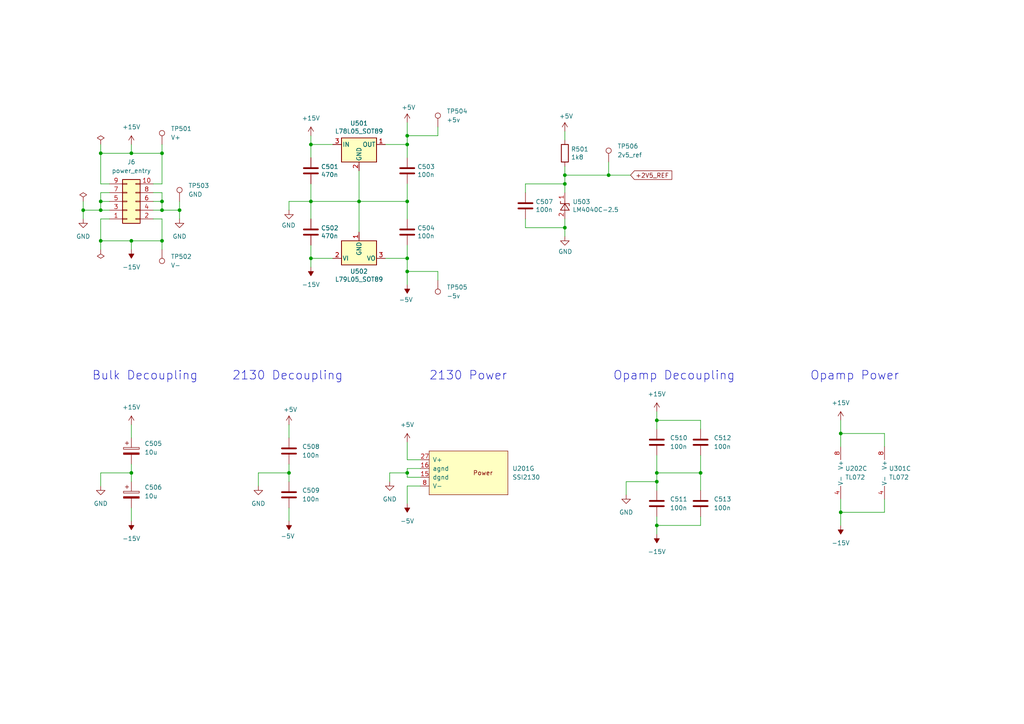
<source format=kicad_sch>
(kicad_sch (version 20211123) (generator eeschema)
  (paper "A4")
  (title_block (title "Josh Ox Ribbon Synth Mod Osc board") (date "2022-06-17") (rev "0") (comment 2 "creativecommons.org/licences/by/4.0") (comment 3 "license: CC by 4.0") (comment 4 "Author: Jordan Aceto"))
  (lib_symbols
    (symbol "Amplifier_Operational:TL072" (pin_names (offset 0.127))
      (property "Reference" "U" (at 0 5.08 0))
      (property "Value" "TL072" (at 0 -5.08 0))
      (symbol "TL072_1_1"
        (polyline (pts (xy -5.08 5.08) (xy 5.08 0) (xy -5.08 -5.08) (xy -5.08 5.08)) (stroke (width 0.254)) (fill (type background)))
        (pin output line (at 7.62 0 180) (length 2.54) (name "~") (number "1"))
        (pin input line (at -7.62 -2.54 0) (length 2.54) (name "-") (number "2"))
        (pin input line (at -7.62 2.54 0) (length 2.54) (name "+") (number "3"))
      )
      (symbol "TL072_2_1"
        (polyline (pts (xy -5.08 5.08) (xy 5.08 0) (xy -5.08 -5.08) (xy -5.08 5.08)) (stroke (width 0.254)) (fill (type background)))
        (pin input line (at -7.62 2.54 0) (length 2.54) (name "+") (number "5"))
        (pin input line (at -7.62 -2.54 0) (length 2.54) (name "-") (number "6"))
        (pin output line (at 7.62 0 180) (length 2.54) (name "~") (number "7"))
      )
      (symbol "TL072_3_1"
        (pin power_in line (at -2.54 -7.62 90) (length 3.81) (name "V-") (number "4"))
        (pin power_in line (at -2.54 7.62 270) (length 3.81) (name "V+") (number "8"))
      )
    )
    (symbol "Connector:TestPoint" (pin_numbers hide) (pin_names (offset 0.762) hide)
      (property "Reference" "TP" (at 0 6.858 0))
      (property "Value" "TestPoint" (at 0 5.08 0))
      (symbol "TestPoint_0_1"
        (circle (center 0 3.302) (radius 0.762))
      )
      (symbol "TestPoint_1_1"
        (pin passive line (at 0 0 90) (length 2.54) (name "1") (number "1"))
      )
    )
    (symbol "Connector_Generic:Conn_02x05_Odd_Even" (pin_names (offset 1.016) hide)
      (property "Reference" "J" (at 1.27 7.62 0))
      (property "Value" "Conn_02x05_Odd_Even" (at 1.27 -7.62 0))
      (symbol "Conn_02x05_Odd_Even_1_1"
        (rectangle (start -1.27 -4.953) (end 0 -5.207) (stroke (width 0.1524)))
        (rectangle (start -1.27 -2.413) (end 0 -2.667) (stroke (width 0.1524)))
        (rectangle (start -1.27 0.127) (end 0 -0.127) (stroke (width 0.1524)))
        (rectangle (start -1.27 2.667) (end 0 2.413) (stroke (width 0.1524)))
        (rectangle (start -1.27 5.207) (end 0 4.953) (stroke (width 0.1524)))
        (rectangle (start -1.27 6.35) (end 3.81 -6.35) (stroke (width 0.254)) (fill (type background)))
        (rectangle (start 3.81 -4.953) (end 2.54 -5.207) (stroke (width 0.1524)))
        (rectangle (start 3.81 -2.413) (end 2.54 -2.667) (stroke (width 0.1524)))
        (rectangle (start 3.81 0.127) (end 2.54 -0.127) (stroke (width 0.1524)))
        (rectangle (start 3.81 2.667) (end 2.54 2.413) (stroke (width 0.1524)))
        (rectangle (start 3.81 5.207) (end 2.54 4.953) (stroke (width 0.1524)))
        (pin passive line (at -5.08 5.08 0) (length 3.81) (name "Pin_1") (number "1"))
        (pin passive line (at 7.62 -5.08 180) (length 3.81) (name "Pin_10") (number "10"))
        (pin passive line (at 7.62 5.08 180) (length 3.81) (name "Pin_2") (number "2"))
        (pin passive line (at -5.08 2.54 0) (length 3.81) (name "Pin_3") (number "3"))
        (pin passive line (at 7.62 2.54 180) (length 3.81) (name "Pin_4") (number "4"))
        (pin passive line (at -5.08 0 0) (length 3.81) (name "Pin_5") (number "5"))
        (pin passive line (at 7.62 0 180) (length 3.81) (name "Pin_6") (number "6"))
        (pin passive line (at -5.08 -2.54 0) (length 3.81) (name "Pin_7") (number "7"))
        (pin passive line (at 7.62 -2.54 180) (length 3.81) (name "Pin_8") (number "8"))
        (pin passive line (at -5.08 -5.08 0) (length 3.81) (name "Pin_9") (number "9"))
      )
    )
    (symbol "Device:C" (pin_numbers hide) (pin_names (offset 0.254))
      (property "Reference" "C" (at 0.635 2.54 0))
      (property "Value" "C" (at 0.635 -2.54 0))
      (symbol "C_0_1"
        (polyline (pts (xy -2.032 -0.762) (xy 2.032 -0.762)) (stroke (width 0.508)))
        (polyline (pts (xy -2.032 0.762) (xy 2.032 0.762)) (stroke (width 0.508)))
      )
      (symbol "C_1_1"
        (pin passive line (at 0 3.81 270) (length 2.794) (name "~") (number "1"))
        (pin passive line (at 0 -3.81 90) (length 2.794) (name "~") (number "2"))
      )
    )
    (symbol "Device:C_Polarized" (pin_numbers hide) (pin_names (offset 0.254))
      (property "Reference" "C" (at 0.635 2.54 0))
      (property "Value" "C_Polarized" (at 0.635 -2.54 0))
      (symbol "C_Polarized_0_1"
        (rectangle (start -2.286 0.508) (end 2.286 1.016))
        (polyline (pts (xy -1.778 2.286) (xy -0.762 2.286)))
        (polyline (pts (xy -1.27 2.794) (xy -1.27 1.778)))
        (rectangle (start 2.286 -0.508) (end -2.286 -1.016) (fill (type outline)))
      )
      (symbol "C_Polarized_1_1"
        (pin passive line (at 0 3.81 270) (length 2.794) (name "~") (number "1"))
        (pin passive line (at 0 -3.81 90) (length 2.794) (name "~") (number "2"))
      )
    )
    (symbol "Device:R" (pin_numbers hide) (pin_names (offset 0))
      (property "Reference" "R" (at 2.032 0 90))
      (property "Value" "R" (at 0 0 90))
      (symbol "R_0_1"
        (rectangle (start -1.016 -2.54) (end 1.016 2.54) (stroke (width 0.254)))
      )
      (symbol "R_1_1"
        (pin passive line (at 0 3.81 270) (length 1.27) (name "~") (number "1"))
        (pin passive line (at 0 -3.81 90) (length 1.27) (name "~") (number "2"))
      )
    )
    (symbol "Reference_Voltage:LM4040DBZ-2.5" (pin_names (offset 0.0254) hide)
      (property "Reference" "U" (at 0 2.54 0))
      (property "Value" "LM4040DBZ-2.5" (at 0 -3.175 0))
      (symbol "LM4040DBZ-2.5_0_1"
        (polyline (pts (xy -1.27 0) (xy 0 0) (xy 1.27 0)))
        (polyline (pts (xy -1.27 -1.27) (xy 0.635 0) (xy -1.27 1.27) (xy -1.27 -1.27)) (stroke (width 0.2032)))
        (polyline (pts (xy 0 -1.27) (xy 0.635 -1.27) (xy 0.635 1.27) (xy 1.27 1.27)) (stroke (width 0.2032)))
      )
      (symbol "LM4040DBZ-2.5_1_1"
        (pin passive line (at 3.81 0 180) (length 2.54) (name "K") (number "1"))
        (pin passive line (at -3.81 0 0) (length 2.54) (name "A") (number "2"))
      )
    )
    (symbol "Regulator_Linear:L78L05_SOT89" (pin_names (offset 0.254))
      (property "Reference" "U" (at -3.81 3.175 0))
      (property "Value" "L78L05_SOT89" (at -0.635 3.175 0))
      (symbol "L78L05_SOT89_0_1"
        (rectangle (start -5.08 1.905) (end 5.08 -5.08) (stroke (width 0.254)) (fill (type background)))
      )
      (symbol "L78L05_SOT89_1_1"
        (pin power_out line (at 7.62 0 180) (length 2.54) (name "OUT") (number "1"))
        (pin power_in line (at 0 -7.62 90) (length 2.54) (name "GND") (number "2"))
        (pin power_in line (at -7.62 0 0) (length 2.54) (name "IN") (number "3"))
      )
    )
    (symbol "Regulator_Linear:L79L05_SOT89" (pin_names (offset 0.254))
      (property "Reference" "U" (at -3.81 -3.175 0))
      (property "Value" "L79L05_SOT89" (at 0 -3.175 0))
      (symbol "L79L05_SOT89_0_1"
        (rectangle (start -5.08 5.08) (end 5.08 -1.905) (stroke (width 0.254)) (fill (type background)))
      )
      (symbol "L79L05_SOT89_1_1"
        (pin power_in line (at 0 7.62 270) (length 2.54) (name "GND") (number "1"))
        (pin power_in line (at -7.62 0 0) (length 2.54) (name "VI") (number "2"))
        (pin power_out line (at 7.62 0 180) (length 2.54) (name "VO") (number "3"))
      )
    )
    (symbol "custom_symbols:SSI2130" (pin_names (offset 1.016))
      (property "Reference" "U1" (at 2.0194 16.51 0))
      (property "Value" "SSI2130" (at 2.0194 13.97 0))
      (symbol "SSI2130_1_0"
        (polyline (pts (xy -16.51 11.43) (xy -16.51 -13.97) (xy 15.24 -13.97) (xy 15.24 11.43) (xy 6.35 11.43) (xy -16.51 11.43)) (fill (type background)))
        (text "Generator" (at 3.81 -8.89 0) (effects (font (size 1.27 1.27)) (justify left)))
        (text "Triangle" (at 3.81 -6.35 0) (effects (font (size 1.27 1.27)) (justify left)))
      )
      (symbol "SSI2130_1_1"
        (pin output line (at 17.78 2.54 180) (length 2.54) (name "tri_out") (number "1"))
        (pin input line (at -19.05 -11.43 0) (length 2.54) (name "tcap") (number "14"))
        (pin input line (at -19.05 -1.27 0) (length 2.54) (name "hard_sync") (number "17"))
        (pin input line (at -19.05 -6.35 0) (length 2.54) (name "time_rev") (number "18"))
        (pin input line (at -19.05 3.81 0) (length 2.54) (name "soft_sync") (number "19"))
        (pin input line (at 0 -16.51 90) (length 2.54) (name "hft_base") (number "20"))
        (pin input line (at -19.05 8.89 0) (length 2.54) (name "lin_freq") (number "21"))
        (pin input line (at 0 13.97 270) (length 2.54) (name "vref") (number "23"))
        (pin output line (at 17.78 -2.54 180) (length 2.54) (name "square_out") (number "28"))
        (pin input line (at -3.81 -16.51 90) (length 2.54) (name "hf_track") (number "6"))
      )
      (symbol "SSI2130_2_1"
        (polyline (pts (xy -11.43 0) (xy -11.43 7.62) (xy 12.7 7.62) (xy 12.7 -8.89) (xy -11.43 -8.89) (xy -11.43 0)) (fill (type background)))
        (text "Saw" (at 1.27 -3.81 0) (effects (font (size 1.27 1.27)) (justify left)))
        (text "Shaper" (at 1.27 -6.35 0) (effects (font (size 1.27 1.27)) (justify left)))
        (pin output line (at 15.24 0 180) (length 2.54) (name "saw_out") (number "29"))
      )
      (symbol "SSI2130_3_1"
        (polyline (pts (xy 12.7 7.62) (xy -11.43 7.62) (xy -11.43 -8.89) (xy 12.7 -8.89) (xy 12.7 7.62)) (fill (type background)))
        (text "Pulse" (at 1.27 -3.81 0) (effects (font (size 1.27 1.27)) (justify left)))
        (text "Shaper" (at 1.27 -6.35 0) (effects (font (size 1.27 1.27)) (justify left)))
        (pin output line (at 15.24 0 180) (length 2.54) (name "pulse_out") (number "30"))
        (pin input line (at -13.97 3.81 0) (length 2.54) (name "pwm_in_-") (number "31"))
        (pin input line (at -13.97 -5.08 0) (length 2.54) (name "pwm_in_+") (number "32"))
      )
      (symbol "SSI2130_4_1"
        (polyline (pts (xy -11.43 6.35) (xy -11.43 -6.35) (xy 11.43 -6.35) (xy 11.43 6.35) (xy -11.43 6.35)) (fill (type background)))
        (text "Analog" (at 1.27 1.27 0) (effects (font (size 1.27 1.27)) (justify left)))
        (text "Multiplier" (at 1.27 -1.27 0) (effects (font (size 1.27 1.27)) (justify left)))
        (pin input line (at -13.97 3.81 0) (length 2.54) (name "expo_scale") (number "22"))
        (pin input line (at -13.97 -3.81 0) (length 2.54) (name "bw_comp") (number "26"))
        (pin input line (at -13.97 0 0) (length 2.54) (name "expo_freq") (number "7"))
      )
      (symbol "SSI2130_5_1"
        (polyline (pts (xy -11.43 7.62) (xy -11.43 -8.89) (xy 12.7 -8.89) (xy 12.7 7.62) (xy -11.43 7.62)) (fill (type background)))
        (text "Shaper" (at 1.27 -6.35 0) (effects (font (size 1.27 1.27)) (justify left)))
        (text "Sine Wave" (at 1.27 -3.81 0) (effects (font (size 1.27 1.27)) (justify left)))
        (pin input line (at -13.97 -5.08 0) (length 2.54) (name "sine_in_+") (number "2"))
        (pin output line (at 15.24 0 180) (length 2.54) (name "sine_out") (number "24"))
        (pin input line (at -13.97 3.81 0) (length 2.54) (name "sine_in_-") (number "3"))
      )
      (symbol "SSI2130_6_1"
        (polyline (pts (xy 11.43 -11.43) (xy -11.43 -11.43) (xy -11.43 10.16) (xy -11.43 17.78) (xy 11.43 17.78) (xy 11.43 -11.43)) (fill (type background)))
        (text "Mixer" (at 3.81 -7.62 0) (effects (font (size 1.27 1.27)) (justify left)))
        (pin input line (at -13.97 -5.08 0) (length 2.54) (name "saw_mix") (number "10"))
        (pin input line (at -13.97 -8.89 0) (length 2.54) (name "pulse_mix") (number "11"))
        (pin input line (at -13.97 6.35 0) (length 2.54) (name "aux_1_mix") (number "12"))
        (pin input line (at -13.97 2.54 0) (length 2.54) (name "aux_2_mix") (number "13"))
        (pin output line (at 13.97 3.81 180) (length 2.54) (name "mix_out") (number "25"))
        (pin input line (at -13.97 15.24 0) (length 2.54) (name "aux_in_1") (number "4"))
        (pin input line (at -13.97 11.43 0) (length 2.54) (name "aux_in_2") (number "5"))
        (pin input line (at -13.97 -1.27 0) (length 2.54) (name "tri_mix") (number "9"))
      )
      (symbol "SSI2130_7_1"
        (polyline (pts (xy -11.43 6.35) (xy -11.43 -6.35) (xy 11.43 -6.35) (xy 11.43 6.35) (xy -11.43 6.35)) (fill (type background)))
        (text "Power" (at 1.27 0 0) (effects (font (size 1.27 1.27)) (justify left)))
        (pin power_in line (at -13.97 -1.27 0) (length 2.54) (name "dgnd") (number "15"))
        (pin power_in line (at -13.97 1.27 0) (length 2.54) (name "agnd") (number "16"))
        (pin power_in line (at -13.97 3.81 0) (length 2.54) (name "V+") (number "27"))
        (pin power_in line (at -13.97 -3.81 0) (length 2.54) (name "V-") (number "8"))
      )
    )
    (symbol "power:+15V" (power) (pin_names (offset 0))
      (property "Value" "+15V" (at 0 3.556 0))
      (symbol "+15V_0_1"
        (polyline (pts (xy -0.762 1.27) (xy 0 2.54)))
        (polyline (pts (xy 0 0) (xy 0 2.54)))
        (polyline (pts (xy 0 2.54) (xy 0.762 1.27)))
      )
      (symbol "+15V_1_1"
        (pin power_in line (at 0 0 90) (length 0) hide (name "+15V") (number "1"))
      )
    )
    (symbol "power:+5V" (power) (pin_names (offset 0))
      (property "Value" "+5V" (at 0 3.556 0))
      (symbol "+5V_0_1"
        (polyline (pts (xy -0.762 1.27) (xy 0 2.54)))
        (polyline (pts (xy 0 0) (xy 0 2.54)))
        (polyline (pts (xy 0 2.54) (xy 0.762 1.27)))
      )
      (symbol "+5V_1_1"
        (pin power_in line (at 0 0 90) (length 0) hide (name "+5V") (number "1"))
      )
    )
    (symbol "power:-15V" (power) (pin_names (offset 0))
      (property "Value" "-15V" (at 0 3.81 0))
      (symbol "-15V_0_0"
        (pin power_in line (at 0 0 90) (length 0) hide (name "-15V") (number "1"))
      )
      (symbol "-15V_0_1"
        (polyline (pts (xy 0 0) (xy 0 1.27) (xy 0.762 1.27) (xy 0 2.54) (xy -0.762 1.27) (xy 0 1.27)) (fill (type outline)))
      )
    )
    (symbol "power:-5V" (power) (pin_names (offset 0))
      (property "Value" "-5V" (at 0 3.81 0))
      (symbol "-5V_0_0"
        (pin power_in line (at 0 0 90) (length 0) hide (name "-5V") (number "1"))
      )
      (symbol "-5V_0_1"
        (polyline (pts (xy 0 0) (xy 0 1.27) (xy 0.762 1.27) (xy 0 2.54) (xy -0.762 1.27) (xy 0 1.27)) (fill (type outline)))
      )
    )
    (symbol "power:GND" (power) (pin_names (offset 0))
      (property "Value" "GND" (at 0 -3.81 0))
      (symbol "GND_0_1"
        (polyline (pts (xy 0 0) (xy 0 -1.27) (xy 1.27 -1.27) (xy 0 -2.54) (xy -1.27 -1.27) (xy 0 -1.27)))
      )
      (symbol "GND_1_1"
        (pin power_in line (at 0 0 270) (length 0) hide (name "GND") (number "1"))
      )
    )
    (symbol "power:PWR_FLAG" (power) (pin_numbers hide) (pin_names (offset 0) hide)
      (property "Value" "PWR_FLAG" (at 0 3.81 0))
      (symbol "PWR_FLAG_0_0"
        (pin power_out line (at 0 0 90) (length 0) (name "pwr") (number "1"))
      )
      (symbol "PWR_FLAG_0_1"
        (polyline (pts (xy 0 0) (xy 0 1.27) (xy -1.016 1.905) (xy 0 2.54) (xy 1.016 1.905) (xy 0 1.27)))
      )
    )
  )
  (junction (at 203.2 137.16))
  (junction (at 104.14 58.42))
  (junction (at 29.21 58.42))
  (junction (at 190.5 139.7))
  (junction (at 52.07 60.96))
  (junction (at 118.11 39.37))
  (junction (at 243.84 125.73))
  (junction (at 46.99 69.85))
  (junction (at 118.11 74.93))
  (junction (at 163.83 50.8))
  (junction (at 243.84 148.59))
  (junction (at 190.5 137.16))
  (junction (at 118.11 78.74))
  (junction (at 29.21 60.96))
  (junction (at 176.53 50.8))
  (junction (at 24.13 60.96))
  (junction (at 90.17 58.42))
  (junction (at 118.11 41.91))
  (junction (at 38.1 44.45))
  (junction (at 29.21 44.45))
  (junction (at 38.1 69.85))
  (junction (at 90.17 74.93))
  (junction (at 46.99 58.42))
  (junction (at 163.83 53.34))
  (junction (at 46.99 44.45))
  (junction (at 29.21 69.85))
  (junction (at 163.83 66.04))
  (junction (at 190.5 121.92))
  (junction (at 83.82 137.16))
  (junction (at 46.99 60.96))
  (junction (at 90.17 41.91))
  (junction (at 38.1 137.16))
  (junction (at 118.11 58.42))
  (junction (at 190.5 152.4))
  (junction (at 118.11 137.16))
  (wire (pts (xy 118.11 140.97) (xy 121.92 140.97)))
  (wire (pts (xy 118.11 140.97) (xy 118.11 146.05)))
  (wire (pts (xy 29.21 55.88) (xy 29.21 58.42)))
  (wire (pts (xy 163.83 68.58) (xy 163.83 66.04)))
  (wire (pts (xy 29.21 69.85) (xy 38.1 69.85)))
  (wire (pts (xy 243.84 144.78) (xy 243.84 148.59)))
  (wire (pts (xy 29.21 55.88) (xy 31.75 55.88)))
  (wire (pts (xy 163.83 38.1) (xy 163.83 40.64)))
  (wire (pts (xy 176.53 46.99) (xy 176.53 50.8)))
  (wire (pts (xy 243.84 125.73) (xy 243.84 129.54)))
  (wire (pts (xy 113.03 137.16) (xy 118.11 137.16)))
  (wire (pts (xy 203.2 137.16) (xy 203.2 132.08)))
  (wire (pts (xy 118.11 133.35) (xy 121.92 133.35)))
  (wire (pts (xy 118.11 39.37) (xy 127 39.37)))
  (wire (pts (xy 29.21 58.42) (xy 29.21 60.96)))
  (wire (pts (xy 181.61 143.51) (xy 181.61 139.7)))
  (wire (pts (xy 118.11 58.42) (xy 118.11 53.34)))
  (wire (pts (xy 83.82 123.19) (xy 83.82 127)))
  (wire (pts (xy 83.82 134.62) (xy 83.82 137.16)))
  (wire (pts (xy 118.11 138.43) (xy 118.11 137.16)))
  (wire (pts (xy 46.99 44.45) (xy 38.1 44.45)))
  (wire (pts (xy 203.2 124.46) (xy 203.2 121.92)))
  (wire (pts (xy 127 36.83) (xy 127 39.37)))
  (wire (pts (xy 44.45 60.96) (xy 46.99 60.96)))
  (wire (pts (xy 256.54 144.78) (xy 256.54 148.59)))
  (wire (pts (xy 256.54 125.73) (xy 243.84 125.73)))
  (wire (pts (xy 44.45 55.88) (xy 46.99 55.88)))
  (wire (pts (xy 90.17 39.37) (xy 90.17 41.91)))
  (wire (pts (xy 38.1 147.32) (xy 38.1 151.13)))
  (wire (pts (xy 190.5 152.4) (xy 190.5 154.94)))
  (wire (pts (xy 163.83 50.8) (xy 163.83 48.26)))
  (wire (pts (xy 90.17 77.47) (xy 90.17 74.93)))
  (wire (pts (xy 104.14 67.31) (xy 104.14 58.42)))
  (wire (pts (xy 29.21 72.39) (xy 29.21 69.85)))
  (wire (pts (xy 118.11 63.5) (xy 118.11 58.42)))
  (wire (pts (xy 163.83 50.8) (xy 176.53 50.8)))
  (wire (pts (xy 243.84 152.4) (xy 243.84 148.59)))
  (wire (pts (xy 127 81.28) (xy 127 78.74)))
  (wire (pts (xy 118.11 78.74) (xy 127 78.74)))
  (wire (pts (xy 118.11 35.56) (xy 118.11 39.37)))
  (wire (pts (xy 83.82 147.32) (xy 83.82 151.13)))
  (wire (pts (xy 44.45 53.34) (xy 46.99 53.34)))
  (wire (pts (xy 74.93 137.16) (xy 83.82 137.16)))
  (wire (pts (xy 203.2 137.16) (xy 190.5 137.16)))
  (wire (pts (xy 90.17 41.91) (xy 90.17 45.72)))
  (wire (pts (xy 38.1 69.85) (xy 46.99 69.85)))
  (wire (pts (xy 24.13 58.42) (xy 24.13 60.96)))
  (wire (pts (xy 83.82 137.16) (xy 83.82 139.7)))
  (wire (pts (xy 83.82 58.42) (xy 90.17 58.42)))
  (wire (pts (xy 52.07 63.5) (xy 52.07 60.96)))
  (wire (pts (xy 190.5 152.4) (xy 203.2 152.4)))
  (wire (pts (xy 29.21 44.45) (xy 29.21 53.34)))
  (wire (pts (xy 118.11 71.12) (xy 118.11 74.93)))
  (wire (pts (xy 203.2 142.24) (xy 203.2 137.16)))
  (wire (pts (xy 111.76 74.93) (xy 118.11 74.93)))
  (wire (pts (xy 38.1 41.91) (xy 38.1 44.45)))
  (wire (pts (xy 113.03 139.7) (xy 113.03 137.16)))
  (wire (pts (xy 118.11 135.89) (xy 121.92 135.89)))
  (wire (pts (xy 118.11 39.37) (xy 118.11 41.91)))
  (wire (pts (xy 118.11 82.55) (xy 118.11 78.74)))
  (wire (pts (xy 118.11 41.91) (xy 118.11 45.72)))
  (wire (pts (xy 46.99 58.42) (xy 46.99 55.88)))
  (wire (pts (xy 104.14 49.53) (xy 104.14 58.42)))
  (wire (pts (xy 163.83 53.34) (xy 163.83 50.8)))
  (wire (pts (xy 163.83 55.88) (xy 163.83 53.34)))
  (wire (pts (xy 190.5 137.16) (xy 190.5 139.7)))
  (wire (pts (xy 31.75 63.5) (xy 29.21 63.5)))
  (wire (pts (xy 46.99 63.5) (xy 44.45 63.5)))
  (wire (pts (xy 152.4 55.88) (xy 152.4 53.34)))
  (wire (pts (xy 152.4 63.5) (xy 152.4 66.04)))
  (wire (pts (xy 24.13 60.96) (xy 29.21 60.96)))
  (wire (pts (xy 46.99 60.96) (xy 46.99 58.42)))
  (wire (pts (xy 83.82 60.96) (xy 83.82 58.42)))
  (wire (pts (xy 29.21 63.5) (xy 29.21 69.85)))
  (wire (pts (xy 38.1 134.62) (xy 38.1 137.16)))
  (wire (pts (xy 46.99 53.34) (xy 46.99 44.45)))
  (wire (pts (xy 96.52 41.91) (xy 90.17 41.91)))
  (wire (pts (xy 31.75 60.96) (xy 29.21 60.96)))
  (wire (pts (xy 52.07 60.96) (xy 46.99 60.96)))
  (wire (pts (xy 118.11 78.74) (xy 118.11 74.93)))
  (wire (pts (xy 29.21 41.91) (xy 29.21 44.45)))
  (wire (pts (xy 90.17 58.42) (xy 90.17 63.5)))
  (wire (pts (xy 96.52 74.93) (xy 90.17 74.93)))
  (wire (pts (xy 29.21 137.16) (xy 38.1 137.16)))
  (wire (pts (xy 190.5 121.92) (xy 190.5 124.46)))
  (wire (pts (xy 256.54 125.73) (xy 256.54 129.54)))
  (wire (pts (xy 152.4 66.04) (xy 163.83 66.04)))
  (wire (pts (xy 90.17 74.93) (xy 90.17 71.12)))
  (wire (pts (xy 118.11 137.16) (xy 118.11 135.89)))
  (wire (pts (xy 29.21 140.97) (xy 29.21 137.16)))
  (wire (pts (xy 256.54 148.59) (xy 243.84 148.59)))
  (wire (pts (xy 24.13 63.5) (xy 24.13 60.96)))
  (wire (pts (xy 190.5 119.38) (xy 190.5 121.92)))
  (wire (pts (xy 104.14 58.42) (xy 118.11 58.42)))
  (wire (pts (xy 46.99 41.91) (xy 46.99 44.45)))
  (wire (pts (xy 203.2 152.4) (xy 203.2 149.86)))
  (wire (pts (xy 90.17 58.42) (xy 104.14 58.42)))
  (wire (pts (xy 29.21 53.34) (xy 31.75 53.34)))
  (wire (pts (xy 46.99 72.39) (xy 46.99 69.85)))
  (wire (pts (xy 152.4 53.34) (xy 163.83 53.34)))
  (wire (pts (xy 44.45 58.42) (xy 46.99 58.42)))
  (wire (pts (xy 90.17 53.34) (xy 90.17 58.42)))
  (wire (pts (xy 118.11 128.27) (xy 118.11 133.35)))
  (wire (pts (xy 29.21 58.42) (xy 31.75 58.42)))
  (wire (pts (xy 38.1 137.16) (xy 38.1 139.7)))
  (wire (pts (xy 190.5 139.7) (xy 190.5 142.24)))
  (wire (pts (xy 38.1 123.19) (xy 38.1 127)))
  (wire (pts (xy 38.1 69.85) (xy 38.1 72.39)))
  (wire (pts (xy 74.93 140.97) (xy 74.93 137.16)))
  (wire (pts (xy 243.84 121.92) (xy 243.84 125.73)))
  (wire (pts (xy 190.5 132.08) (xy 190.5 137.16)))
  (wire (pts (xy 121.92 138.43) (xy 118.11 138.43)))
  (wire (pts (xy 163.83 66.04) (xy 163.83 63.5)))
  (wire (pts (xy 176.53 50.8) (xy 182.88 50.8)))
  (wire (pts (xy 203.2 121.92) (xy 190.5 121.92)))
  (wire (pts (xy 190.5 149.86) (xy 190.5 152.4)))
  (wire (pts (xy 52.07 58.42) (xy 52.07 60.96)))
  (wire (pts (xy 46.99 69.85) (xy 46.99 63.5)))
  (wire (pts (xy 181.61 139.7) (xy 190.5 139.7)))
  (wire (pts (xy 38.1 44.45) (xy 29.21 44.45)))
  (wire (pts (xy 118.11 41.91) (xy 111.76 41.91)))
  (text "2130 Decoupling" (at 67.31 110.49 0) (effects (font (size 2.5 2.5)) (justify left bottom)))
  (text "Opamp Decoupling" (at 177.8 110.49 0) (effects (font (size 2.5 2.5)) (justify left bottom)))
  (text "2130 Power" (at 124.46 110.49 0) (effects (font (size 2.5 2.5)) (justify left bottom)))
  (text "Opamp Power" (at 234.95 110.49 0) (effects (font (size 2.5 2.5)) (justify left bottom)))
  (text "Bulk Decoupling" (at 26.67 110.49 0) (effects (font (size 2.5 2.5)) (justify left bottom)))
  (global_label "+2V5_REF" (shape input) (at 182.88 50.8 0) (property "Intersheet References" "${INTERSHEET_REFS}" (effects hide)))
  (symbol (lib_id "Connector:TestPoint") (at 46.99 72.39 180) (unit 1) (in_bom no)
    (property "Reference" "TP502" (at 49.53 74.4219 0) (effects (justify right)))
    (property "Value" "V-" (at 49.53 76.9619 0) (effects (justify right)))
    (property "Footprint" "TestPoint:TestPoint_Keystone_5000-5004_Miniature" (effects hide))
  )
  (symbol (lib_id "Device:C") (at 118.11 49.53 0) (unit 1)
    (property "Reference" "C503" (at 121.031 48.3616 0) (effects (justify left)))
    (property "Value" "100n" (at 121.031 50.673 0) (effects (justify left)))
    (property "Footprint" "Capacitor_SMD:C_0805_2012Metric" (effects hide))
  )
  (symbol (lib_id "Amplifier_Operational:TL072") (at 246.38 137.16 0) (unit 3)
    (property "Reference" "U202" (at 245.11 135.8899 0) (effects (justify left)))
    (property "Value" "TL072" (at 245.11 138.4299 0) (effects (justify left)))
    (property "Footprint" "Package_SO:SO-8_5.3x6.2mm_P1.27mm" (effects hide))
    (property "Datasheet" "http://www.ti.com/lit/ds/symlink/tl071.pdf" (effects hide))
  )
  (symbol (lib_id "power:+15V") (at 190.5 119.38 0) (unit 1)
    (property "Reference" "#PWR0516" (effects hide))
    (property "Value" "+15V" (at 190.5 114.3 0))
  )
  (symbol (lib_id "power:GND") (at 74.93 140.97 0) (unit 1)
    (property "Reference" "#PWR0107" (effects hide))
    (property "Value" "GND" (at 74.93 146.05 0))
  )
  (symbol (lib_id "Connector:TestPoint") (at 176.53 46.99 0) (unit 1) (in_bom no)
    (property "Reference" "TP506" (at 179.07 42.4179 0) (effects (justify left)))
    (property "Value" "2v5_ref" (at 179.07 44.9579 0) (effects (justify left)))
    (property "Footprint" "TestPoint:TestPoint_Keystone_5000-5004_Miniature" (effects hide))
  )
  (symbol (lib_id "power:GND") (at 52.07 63.5 0) (unit 1)
    (property "Reference" "#PWR0507" (effects hide))
    (property "Value" "GND" (at 52.07 68.58 0))
  )
  (symbol (lib_id "Device:C") (at 203.2 146.05 0) (unit 1)
    (property "Reference" "C513" (at 207.01 144.7799 0) (effects (justify left)))
    (property "Value" "100n" (at 207.01 147.3199 0) (effects (justify left)))
    (property "Footprint" "Capacitor_SMD:C_0805_2012Metric" (effects hide))
  )
  (symbol (lib_id "Connector:TestPoint") (at 46.99 41.91 0) (unit 1) (in_bom no)
    (property "Reference" "TP501" (at 49.53 37.3379 0) (effects (justify left)))
    (property "Value" "V+" (at 49.53 39.8779 0) (effects (justify left)))
    (property "Footprint" "TestPoint:TestPoint_Keystone_5000-5004_Miniature" (effects hide))
  )
  (symbol (lib_id "power:-15V") (at 38.1 72.39 180) (unit 1)
    (property "Reference" "#PWR0506" (effects hide))
    (property "Value" "-15V" (at 38.1 77.47 0))
  )
  (symbol (lib_id "power:+15V") (at 90.17 39.37 0) (unit 1)
    (property "Reference" "#PWR0503" (effects hide))
    (property "Value" "+15V" (at 90.17 34.29 0))
  )
  (symbol (lib_id "power:GND") (at 83.82 60.96 0) (mirror y) (unit 1)
    (property "Reference" "#PWR0501" (effects hide))
    (property "Value" "GND" (at 83.693 65.3542 0))
  )
  (symbol (lib_id "Device:C") (at 190.5 128.27 0) (unit 1)
    (property "Reference" "C510" (at 194.31 126.9999 0) (effects (justify left)))
    (property "Value" "100n" (at 194.31 129.5399 0) (effects (justify left)))
    (property "Footprint" "Capacitor_SMD:C_0805_2012Metric" (effects hide))
  )
  (symbol (lib_id "Connector:TestPoint") (at 127 36.83 0) (unit 1) (in_bom no)
    (property "Reference" "TP504" (at 129.54 32.2579 0) (effects (justify left)))
    (property "Value" "+5v" (at 129.54 34.7979 0) (effects (justify left)))
    (property "Footprint" "TestPoint:TestPoint_Keystone_5000-5004_Miniature" (effects hide))
  )
  (symbol (lib_id "Device:C") (at 203.2 128.27 0) (unit 1)
    (property "Reference" "C512" (at 207.01 126.9999 0) (effects (justify left)))
    (property "Value" "100n" (at 207.01 129.5399 0) (effects (justify left)))
    (property "Footprint" "Capacitor_SMD:C_0805_2012Metric" (effects hide))
  )
  (symbol (lib_id "power:-5V") (at 83.82 151.13 180) (unit 1)
    (property "Reference" "#PWR0108" (effects hide))
    (property "Value" "-5V" (at 83.439 155.5242 0))
  )
  (symbol (lib_id "Device:R") (at 163.83 44.45 0) (unit 1)
    (property "Reference" "R501" (at 165.608 43.2816 0) (effects (justify left)))
    (property "Value" "1k8" (at 165.608 45.593 0) (effects (justify left)))
    (property "Footprint" "Resistor_SMD:R_0805_2012Metric" (effects hide))
  )
  (symbol (lib_id "power:GND") (at 24.13 63.5 0) (mirror y) (unit 1)
    (property "Reference" "#PWR0502" (effects hide))
    (property "Value" "GND" (at 24.13 68.58 0))
  )
  (symbol (lib_id "power:+15V") (at 38.1 123.19 0) (unit 1)
    (property "Reference" "#PWR0511" (effects hide))
    (property "Value" "+15V" (at 38.1 118.11 0))
  )
  (symbol (lib_id "Device:C") (at 190.5 146.05 0) (unit 1)
    (property "Reference" "C511" (at 194.31 144.7799 0) (effects (justify left)))
    (property "Value" "100n" (at 194.31 147.3199 0) (effects (justify left)))
    (property "Footprint" "Capacitor_SMD:C_0805_2012Metric" (effects hide))
  )
  (symbol (lib_id "power:+5V") (at 118.11 128.27 0) (unit 1)
    (property "Reference" "#PWR0523" (effects hide))
    (property "Value" "+5V" (at 118.11 123.19 0))
  )
  (symbol (lib_id "Regulator_Linear:L79L05_SOT89") (at 104.14 74.93 0) (unit 1)
    (property "Reference" "U502" (at 104.14 78.7146 0))
    (property "Value" "L79L05_SOT89" (at 104.14 81.026 0))
    (property "Footprint" "Package_TO_SOT_SMD:SOT-89-3" (effects hide))
    (property "Datasheet" "http://www.farnell.com/datasheets/1827870.pdf" (effects hide))
  )
  (symbol (lib_id "power:+5V") (at 163.83 38.1 0) (unit 1)
    (property "Reference" "#PWR0513" (effects hide))
    (property "Value" "+5V" (at 164.211 33.7058 0))
  )
  (symbol (lib_id "power:+15V") (at 38.1 41.91 0) (unit 1)
    (property "Reference" "#PWR0505" (effects hide))
    (property "Value" "+15V" (at 38.1 36.83 0))
  )
  (symbol (lib_id "power:-15V") (at 243.84 152.4 180) (unit 1)
    (property "Reference" "#PWR0521" (effects hide))
    (property "Value" "-15V" (at 243.84 157.48 0))
  )
  (symbol (lib_id "power:-15V") (at 90.17 77.47 180) (unit 1)
    (property "Reference" "#PWR0504" (effects hide))
    (property "Value" "-15V" (at 90.17 82.55 0))
  )
  (symbol (lib_id "Device:C") (at 83.82 130.81 0) (unit 1)
    (property "Reference" "C508" (at 87.63 129.5399 0) (effects (justify left)))
    (property "Value" "100n" (at 87.63 132.0799 0) (effects (justify left)))
    (property "Footprint" "Capacitor_SMD:C_0805_2012Metric" (effects hide))
  )
  (symbol (lib_id "power:-15V") (at 190.5 154.94 180) (unit 1)
    (property "Reference" "#PWR0517" (effects hide))
    (property "Value" "-15V" (at 190.5 160.02 0))
  )
  (symbol (lib_id "Device:C_Polarized") (at 38.1 130.81 0) (unit 1)
    (property "Reference" "C505" (at 41.91 128.6509 0) (effects (justify left)))
    (property "Value" "10u" (at 41.91 131.1909 0) (effects (justify left)))
    (property "Footprint" "Capacitor_THT:CP_Radial_D6.3mm_P2.50mm" (effects hide))
  )
  (symbol (lib_id "power:+15V") (at 243.84 121.92 0) (unit 1)
    (property "Reference" "#PWR0520" (effects hide))
    (property "Value" "+15V" (at 243.84 116.84 0))
  )
  (symbol (lib_id "power:GND") (at 113.03 139.7 0) (unit 1)
    (property "Reference" "#PWR0522" (effects hide))
    (property "Value" "GND" (at 113.03 144.78 0))
  )
  (symbol (lib_id "Reference_Voltage:LM4040DBZ-2.5") (at 163.83 59.69 90) (unit 1)
    (property "Reference" "U503" (at 166.0652 58.5216 90) (effects (justify right)))
    (property "Value" "LM4040C-2.5" (at 166.0652 60.833 90) (effects (justify right)))
    (property "Footprint" "Package_TO_SOT_SMD:SOT-23" (effects hide))
    (property "Datasheet" "http://www.ti.com/lit/ds/symlink/lm4040-n.pdf" (effects hide))
  )
  (symbol (lib_id "Device:C") (at 90.17 49.53 0) (unit 1)
    (property "Reference" "C501" (at 93.091 48.3616 0) (effects (justify left)))
    (property "Value" "470n" (at 93.091 50.673 0) (effects (justify left)))
    (property "Footprint" "Capacitor_SMD:C_0805_2012Metric" (effects hide))
  )
  (symbol (lib_id "power:GND") (at 29.21 140.97 0) (unit 1)
    (property "Reference" "#PWR0510" (effects hide))
    (property "Value" "GND" (at 29.21 146.05 0))
  )
  (symbol (lib_id "power:GND") (at 163.83 68.58 0) (unit 1)
    (property "Reference" "#PWR0514" (effects hide))
    (property "Value" "GND" (at 163.957 72.9742 0))
  )
  (symbol (lib_id "power:-15V") (at 38.1 151.13 180) (unit 1)
    (property "Reference" "#PWR0512" (effects hide))
    (property "Value" "-15V" (at 38.1 156.21 0))
  )
  (symbol (lib_id "Regulator_Linear:L78L05_SOT89") (at 104.14 41.91 0) (unit 1)
    (property "Reference" "U501" (at 104.14 35.7632 0))
    (property "Value" "L78L05_SOT89" (at 104.14 38.0746 0))
    (property "Footprint" "Package_TO_SOT_SMD:SOT-89-3" (effects hide))
    (property "Datasheet" "http://www.st.com/content/ccc/resource/technical/document/datasheet/15/55/e5/aa/23/5b/43/fd/CD00000446.pdf/files/CD00000446.pdf/jcr:content/translations/en.CD00000446.pdf" (effects hide))
  )
  (symbol (lib_id "Device:C") (at 90.17 67.31 0) (unit 1)
    (property "Reference" "C502" (at 93.091 66.1416 0) (effects (justify left)))
    (property "Value" "470n" (at 93.091 68.453 0) (effects (justify left)))
    (property "Footprint" "Capacitor_SMD:C_0805_2012Metric" (effects hide))
  )
  (symbol (lib_id "Amplifier_Operational:TL072") (at 259.08 137.16 0) (unit 3)
    (property "Reference" "U301" (at 257.81 135.8899 0) (effects (justify left)))
    (property "Value" "TL072" (at 257.81 138.4299 0) (effects (justify left)))
    (property "Footprint" "Package_SO:SO-8_5.3x6.2mm_P1.27mm" (effects hide))
    (property "Datasheet" "http://www.ti.com/lit/ds/symlink/tl071.pdf" (effects hide))
  )
  (symbol (lib_id "Device:C") (at 83.82 143.51 0) (unit 1)
    (property "Reference" "C509" (at 87.63 142.2399 0) (effects (justify left)))
    (property "Value" "100n" (at 87.63 144.7799 0) (effects (justify left)))
    (property "Footprint" "Capacitor_SMD:C_0805_2012Metric" (effects hide))
  )
  (symbol (lib_id "Device:C") (at 152.4 59.69 0) (unit 1)
    (property "Reference" "C507" (at 155.321 58.5216 0) (effects (justify left)))
    (property "Value" "100n" (at 155.321 60.833 0) (effects (justify left)))
    (property "Footprint" "Capacitor_SMD:C_0805_2012Metric" (effects hide))
  )
  (symbol (lib_id "power:GND") (at 181.61 143.51 0) (unit 1)
    (property "Reference" "#PWR0515" (effects hide))
    (property "Value" "GND" (at 181.61 148.59 0))
  )
  (symbol (lib_id "power:PWR_FLAG") (at 29.21 72.39 180) (unit 1)
    (property "Reference" "#FLG0503" (effects hide))
    (property "Value" "PWR_FLAG" (effects hide))
  )
  (symbol (lib_id "Device:C") (at 118.11 67.31 0) (unit 1)
    (property "Reference" "C504" (at 121.031 66.1416 0) (effects (justify left)))
    (property "Value" "100n" (at 121.031 68.453 0) (effects (justify left)))
    (property "Footprint" "Capacitor_SMD:C_0805_2012Metric" (effects hide))
  )
  (symbol (lib_id "Connector_Generic:Conn_02x05_Odd_Even") (at 36.83 58.42 0) (mirror x) (unit 1)
    (property "Reference" "J6" (at 38.1 46.99 0))
    (property "Value" "power_entry" (at 38.1 49.53 0))
    (property "Footprint" "Connector_IDC:IDC-Header_2x05_P2.54mm_Vertical" (effects hide))
  )
  (symbol (lib_id "Device:C_Polarized") (at 38.1 143.51 0) (unit 1)
    (property "Reference" "C506" (at 41.91 141.3509 0) (effects (justify left)))
    (property "Value" "10u" (at 41.91 143.8909 0) (effects (justify left)))
    (property "Footprint" "Capacitor_THT:CP_Radial_D6.3mm_P2.50mm" (effects hide))
  )
  (symbol (lib_id "power:+5V") (at 118.11 35.56 0) (unit 1)
    (property "Reference" "#PWR0508" (effects hide))
    (property "Value" "+5V" (at 118.491 31.1658 0))
  )
  (symbol (lib_id "Connector:TestPoint") (at 52.07 58.42 0) (unit 1) (in_bom no)
    (property "Reference" "TP503" (at 54.61 53.8479 0) (effects (justify left)))
    (property "Value" "GND" (at 54.61 56.3879 0) (effects (justify left)))
    (property "Footprint" "TestPoint:TestPoint_Bridge_Pitch7.62mm_Drill1.3mm" (effects hide))
  )
  (symbol (lib_id "power:PWR_FLAG") (at 24.13 58.42 0) (unit 1)
    (property "Reference" "#FLG0501" (effects hide))
    (property "Value" "PWR_FLAG" (effects hide))
  )
  (symbol (lib_id "power:+5V") (at 83.82 123.19 0) (unit 1)
    (property "Reference" "#PWR0106" (effects hide))
    (property "Value" "+5V" (at 84.201 118.7958 0))
  )
  (symbol (lib_id "Connector:TestPoint") (at 127 81.28 180) (unit 1) (in_bom no)
    (property "Reference" "TP505" (at 129.54 83.3119 0) (effects (justify right)))
    (property "Value" "-5v" (at 129.54 85.8519 0) (effects (justify right)))
    (property "Footprint" "TestPoint:TestPoint_Keystone_5000-5004_Miniature" (effects hide))
  )
  (symbol (lib_id "custom_symbols:SSI2130") (at 135.89 137.16 0) (unit 7)
    (property "Reference" "U201" (at 148.59 135.8899 0) (effects (justify left)))
    (property "Value" "SSI2130" (at 148.59 138.4299 0) (effects (justify left)))
    (property "Footprint" "custom_footprints:PQN32_HandSoldering" (effects hide))
  )
  (symbol (lib_id "power:-5V") (at 118.11 82.55 180) (unit 1)
    (property "Reference" "#PWR0509" (effects hide))
    (property "Value" "-5V" (at 117.729 86.9442 0))
  )
  (symbol (lib_id "power:PWR_FLAG") (at 29.21 41.91 0) (unit 1)
    (property "Reference" "#FLG0502" (effects hide))
    (property "Value" "PWR_FLAG" (effects hide))
  )
  (symbol (lib_id "power:-5V") (at 118.11 146.05 180) (unit 1)
    (property "Reference" "#PWR0524" (effects hide))
    (property "Value" "-5V" (at 118.11 151.13 0))
  )
)
</source>
